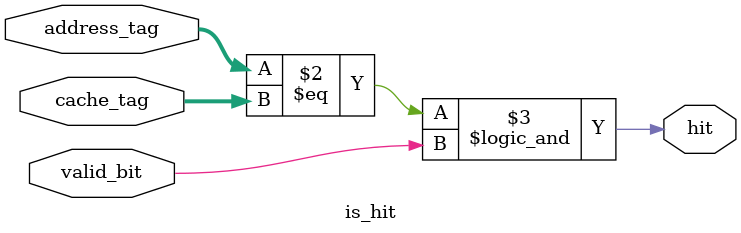
<source format=sv>
module is_hit
(
    input logic [23:0] address_tag,
    input logic [23:0] cache_tag,
	 input logic valid_bit,
    output logic hit
);

always_comb
begin
	hit = (address_tag == cache_tag) && valid_bit;
end

endmodule : is_hit


</source>
